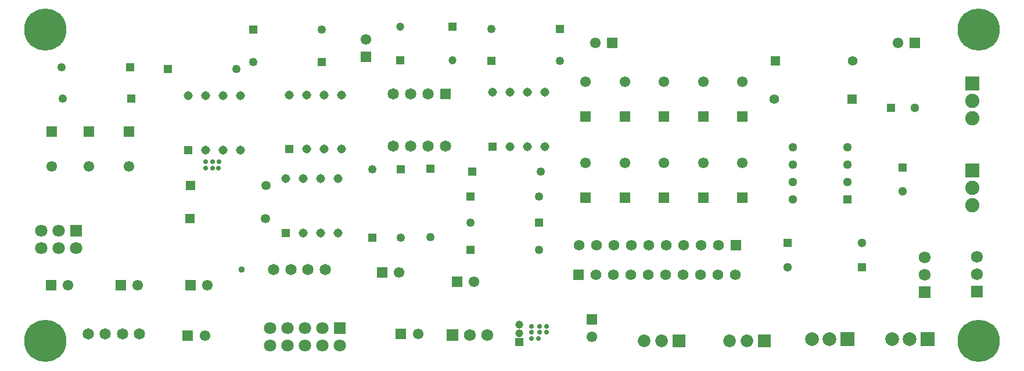
<source format=gbr>
G04*
G04 #@! TF.GenerationSoftware,Altium Limited,Altium Designer,23.3.1 (30)*
G04*
G04 Layer_Color=16711935*
%FSLAX44Y44*%
%MOMM*%
G71*
G04*
G04 #@! TF.SameCoordinates,EAF1F0D8-16AB-4789-B3CC-ED1B898C5CC7*
G04*
G04*
G04 #@! TF.FilePolarity,Negative*
G04*
G01*
G75*
%ADD16R,1.8000X1.8000*%
%ADD17C,1.8000*%
%ADD18C,1.6500*%
%ADD19C,1.5500*%
%ADD20R,1.5500X1.5500*%
%ADD21C,1.7250*%
%ADD22R,1.7250X1.7250*%
%ADD23C,1.2000*%
%ADD24R,1.2000X1.2000*%
%ADD25R,1.3000X1.3000*%
%ADD26C,1.3000*%
%ADD27C,2.0850*%
%ADD28R,2.0850X2.0850*%
%ADD29C,1.5500*%
%ADD30R,1.5500X1.5500*%
%ADD31C,1.4000*%
%ADD32R,1.4000X1.4000*%
%ADD33C,1.2800*%
%ADD34R,1.2800X1.2800*%
%ADD35R,1.3000X1.3000*%
%ADD36C,6.1500*%
%ADD37R,1.5500X1.5500*%
%ADD38R,1.7250X1.7250*%
%ADD39R,1.3100X1.3100*%
%ADD40C,1.3100*%
%ADD41C,1.2500*%
%ADD42R,1.2500X1.2500*%
%ADD43R,1.5660X1.5660*%
%ADD44C,1.5660*%
%ADD45R,1.6500X1.6500*%
%ADD46R,1.2500X1.2500*%
%ADD47C,1.3500*%
%ADD48R,1.3500X1.3500*%
%ADD49R,1.8500X1.8500*%
%ADD50C,1.8500*%
%ADD51C,1.1500*%
%ADD52R,1.1500X1.1500*%
%ADD53C,2.0000*%
%ADD54R,2.0000X2.0000*%
%ADD55C,0.7000*%
%ADD56C,0.9500*%
D16*
X377190Y478790D02*
D03*
X762000Y336487D02*
D03*
D17*
X377190Y453390D02*
D03*
X351790Y478790D02*
D03*
Y453390D02*
D03*
X326390Y478790D02*
D03*
Y453390D02*
D03*
X660400Y311087D02*
D03*
Y336487D02*
D03*
X685800Y311087D02*
D03*
Y336487D02*
D03*
X711200Y311087D02*
D03*
Y336487D02*
D03*
X736600Y311087D02*
D03*
Y336487D02*
D03*
X762000Y311087D02*
D03*
D18*
X394900Y327660D02*
D03*
X419900D02*
D03*
X444900D02*
D03*
X469900D02*
D03*
X665480Y421640D02*
D03*
X690480D02*
D03*
X715480D02*
D03*
X740480D02*
D03*
X839470Y601980D02*
D03*
X864870D02*
D03*
X890270D02*
D03*
X915670D02*
D03*
X839470Y678180D02*
D03*
X864870D02*
D03*
X890270D02*
D03*
D19*
X875773Y327660D02*
D03*
X568760Y398950D02*
D03*
X1129030Y323850D02*
D03*
X365560Y398950D02*
D03*
X467160Y398950D02*
D03*
X800100Y757790D02*
D03*
X564950Y325290D02*
D03*
X1134110Y753110D02*
D03*
X848360Y417830D02*
D03*
X957580Y403860D02*
D03*
X1575200Y753110D02*
D03*
D20*
X850772Y327660D02*
D03*
X543760Y398950D02*
D03*
X340560Y398950D02*
D03*
X442160Y398950D02*
D03*
X539950Y325290D02*
D03*
X1159110Y753110D02*
D03*
X823360Y417830D02*
D03*
X932580Y403860D02*
D03*
X1600200Y753110D02*
D03*
D21*
X976630Y326390D02*
D03*
X951230D02*
D03*
X1690370Y415290D02*
D03*
Y440690D02*
D03*
X1614170Y414020D02*
D03*
Y439420D02*
D03*
D22*
X925830Y326390D02*
D03*
D23*
X849600Y776380D02*
D03*
X925860Y727710D02*
D03*
D24*
Y776380D02*
D03*
X849600Y727710D02*
D03*
D25*
X1564920Y657860D02*
D03*
D26*
X1599920D02*
D03*
X1414780Y425730D02*
D03*
X1582420Y536220D02*
D03*
X1522730Y460730D02*
D03*
D27*
X1684020Y642620D02*
D03*
Y668020D02*
D03*
Y541020D02*
D03*
Y515620D02*
D03*
D28*
Y693420D02*
D03*
Y566420D02*
D03*
D29*
X1348740Y695960D02*
D03*
X1120140D02*
D03*
X1348740Y577850D02*
D03*
X1177290Y695960D02*
D03*
X1291590D02*
D03*
X1234440D02*
D03*
X1291590Y577850D02*
D03*
X1234440D02*
D03*
X1177290D02*
D03*
X1120140D02*
D03*
X341630Y572770D02*
D03*
X396240D02*
D03*
X454660D02*
D03*
D30*
X1348740Y645160D02*
D03*
X1120140D02*
D03*
X1348740Y527050D02*
D03*
X1177290Y645160D02*
D03*
X1291590D02*
D03*
X1234440D02*
D03*
X1291590Y527050D02*
D03*
X1234440D02*
D03*
X1177290D02*
D03*
X1120140D02*
D03*
X341630Y623570D02*
D03*
X396240D02*
D03*
X454660D02*
D03*
D31*
X1395110Y670560D02*
D03*
X1509380Y726440D02*
D03*
D32*
X1508110Y670560D02*
D03*
X1396380Y726440D02*
D03*
D33*
X1422070Y524510D02*
D03*
Y549910D02*
D03*
Y575310D02*
D03*
Y600710D02*
D03*
X1501470D02*
D03*
Y575310D02*
D03*
Y549910D02*
D03*
D34*
Y524510D02*
D03*
D35*
X1414780Y460730D02*
D03*
X1582420Y571220D02*
D03*
X1522730Y425730D02*
D03*
D36*
X1692910Y317500D02*
D03*
Y772160D02*
D03*
X332740Y317500D02*
D03*
Y772160D02*
D03*
D37*
X1129030Y348850D02*
D03*
X800100Y732790D02*
D03*
D38*
X1690370Y389890D02*
D03*
X1614170Y388620D02*
D03*
D39*
X984250Y601650D02*
D03*
X683260Y475590D02*
D03*
X688340Y597840D02*
D03*
X541020Y596570D02*
D03*
D40*
X1009650Y601650D02*
D03*
X1035050D02*
D03*
X1060450D02*
D03*
Y681050D02*
D03*
X1035050D02*
D03*
X1009650D02*
D03*
X984250D02*
D03*
X683260Y554990D02*
D03*
X708660D02*
D03*
X734060D02*
D03*
X759460D02*
D03*
Y475590D02*
D03*
X734060D02*
D03*
X708660D02*
D03*
X713740Y597840D02*
D03*
X739140D02*
D03*
X764540D02*
D03*
Y677240D02*
D03*
X739140D02*
D03*
X713740D02*
D03*
X688340D02*
D03*
X566420Y596570D02*
D03*
X591820D02*
D03*
X617220D02*
D03*
Y675970D02*
D03*
X591820D02*
D03*
X566420D02*
D03*
X541020D02*
D03*
D41*
X1054570Y565150D02*
D03*
X635800Y725170D02*
D03*
X1082510Y726440D02*
D03*
X982510Y773430D02*
D03*
X1052030Y528320D02*
D03*
Y450850D02*
D03*
X952030Y490220D02*
D03*
X850900Y468160D02*
D03*
X894080Y469430D02*
D03*
X808990Y568160D02*
D03*
X611340Y715010D02*
D03*
X735800Y772160D02*
D03*
X357670Y671830D02*
D03*
X356400Y717550D02*
D03*
D42*
X954570Y565150D02*
D03*
X735800Y725170D02*
D03*
X982510Y726440D02*
D03*
X1082510Y773430D02*
D03*
X952030Y528320D02*
D03*
Y450850D02*
D03*
X1052030Y490220D02*
D03*
X511340Y715010D02*
D03*
X635800Y772160D02*
D03*
X457670Y671830D02*
D03*
X456400Y717550D02*
D03*
D43*
X1109980Y414020D02*
D03*
X1339236Y457200D02*
D03*
D44*
X1135380Y414020D02*
D03*
X1160780D02*
D03*
X1186180D02*
D03*
X1211580D02*
D03*
X1236980D02*
D03*
X1262380D02*
D03*
X1287780D02*
D03*
X1313180D02*
D03*
X1338580D02*
D03*
X1313836Y457200D02*
D03*
X1288436D02*
D03*
X1263036D02*
D03*
X1237636D02*
D03*
X1212236D02*
D03*
X1186836D02*
D03*
X1161436D02*
D03*
X1136036D02*
D03*
X1110636D02*
D03*
D45*
X915670Y678180D02*
D03*
D46*
X850900Y568160D02*
D03*
X894080Y569430D02*
D03*
X808990Y468160D02*
D03*
D47*
X654440Y544830D02*
D03*
X653170Y496570D02*
D03*
D48*
X544440Y544830D02*
D03*
X543170Y496570D02*
D03*
D49*
X1256030Y317500D02*
D03*
X1380490D02*
D03*
D50*
X1230630D02*
D03*
X1205230D02*
D03*
X1355090D02*
D03*
X1329690D02*
D03*
D51*
X1023620Y341630D02*
D03*
Y328930D02*
D03*
D52*
Y316230D02*
D03*
D53*
X1567180Y320040D02*
D03*
X1592680D02*
D03*
X1475840D02*
D03*
X1450340D02*
D03*
D54*
X1618180D02*
D03*
X1501340D02*
D03*
D55*
X585114Y570586D02*
D03*
X576580Y570230D02*
D03*
X566420D02*
D03*
X585470Y579120D02*
D03*
X576580D02*
D03*
X566420D02*
D03*
X1062990Y339090D02*
D03*
X1052830D02*
D03*
X1041400D02*
D03*
X1051560Y321310D02*
D03*
X1041400D02*
D03*
X1062990Y330200D02*
D03*
X1052830D02*
D03*
X1041400D02*
D03*
D56*
X618490Y421640D02*
D03*
M02*

</source>
